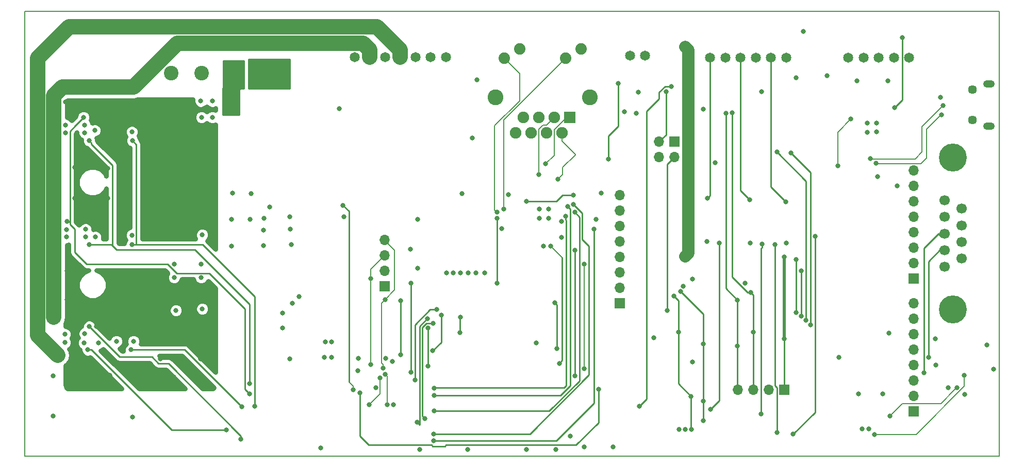
<source format=gbl>
G04 #@! TF.GenerationSoftware,KiCad,Pcbnew,5.0.2-bee76a0~70~ubuntu18.04.1*
G04 #@! TF.CreationDate,2019-04-25T16:13:16+02:00*
G04 #@! TF.ProjectId,mainPCB,6d61696e-5043-4422-9e6b-696361645f70,rev?*
G04 #@! TF.SameCoordinates,Original*
G04 #@! TF.FileFunction,Copper,L4,Bot*
G04 #@! TF.FilePolarity,Positive*
%FSLAX46Y46*%
G04 Gerber Fmt 4.6, Leading zero omitted, Abs format (unit mm)*
G04 Created by KiCad (PCBNEW 5.0.2-bee76a0~70~ubuntu18.04.1) date Do 25 Apr 2019 16:13:16 CEST*
%MOMM*%
%LPD*%
G01*
G04 APERTURE LIST*
G04 #@! TA.AperFunction,NonConductor*
%ADD10C,0.150000*%
G04 #@! TD*
G04 #@! TA.AperFunction,ComponentPad*
%ADD11C,1.700000*%
G04 #@! TD*
G04 #@! TA.AperFunction,ComponentPad*
%ADD12C,4.600000*%
G04 #@! TD*
G04 #@! TA.AperFunction,ComponentPad*
%ADD13O,1.900000X1.200000*%
G04 #@! TD*
G04 #@! TA.AperFunction,ComponentPad*
%ADD14C,1.450000*%
G04 #@! TD*
G04 #@! TA.AperFunction,ComponentPad*
%ADD15O,1.700000X1.700000*%
G04 #@! TD*
G04 #@! TA.AperFunction,ComponentPad*
%ADD16R,1.700000X1.700000*%
G04 #@! TD*
G04 #@! TA.AperFunction,ComponentPad*
%ADD17C,2.600000*%
G04 #@! TD*
G04 #@! TA.AperFunction,ComponentPad*
%ADD18C,1.890000*%
G04 #@! TD*
G04 #@! TA.AperFunction,ComponentPad*
%ADD19C,1.900000*%
G04 #@! TD*
G04 #@! TA.AperFunction,ComponentPad*
%ADD20R,1.900000X1.900000*%
G04 #@! TD*
G04 #@! TA.AperFunction,ComponentPad*
%ADD21C,1.650000*%
G04 #@! TD*
G04 #@! TA.AperFunction,ComponentPad*
%ADD22C,2.400000*%
G04 #@! TD*
G04 #@! TA.AperFunction,ViaPad*
%ADD23C,0.800000*%
G04 #@! TD*
G04 #@! TA.AperFunction,Conductor*
%ADD24C,2.000000*%
G04 #@! TD*
G04 #@! TA.AperFunction,Conductor*
%ADD25C,0.250000*%
G04 #@! TD*
G04 #@! TA.AperFunction,Conductor*
%ADD26C,0.500000*%
G04 #@! TD*
G04 #@! TA.AperFunction,Conductor*
%ADD27C,0.150000*%
G04 #@! TD*
G04 #@! TA.AperFunction,Conductor*
%ADD28C,0.200000*%
G04 #@! TD*
G04 #@! TA.AperFunction,Conductor*
%ADD29C,2.500000*%
G04 #@! TD*
G04 #@! TA.AperFunction,Conductor*
%ADD30C,0.205000*%
G04 #@! TD*
G04 #@! TA.AperFunction,Conductor*
%ADD31C,0.254000*%
G04 #@! TD*
G04 #@! TA.AperFunction,Conductor*
%ADD32C,0.750000*%
G04 #@! TD*
G04 APERTURE END LIST*
D10*
X17462500Y-37465000D02*
X17462500Y-110617000D01*
X177482500Y-37465000D02*
X17462500Y-37465000D01*
X177482500Y-110617000D02*
X177482500Y-37465000D01*
X17462500Y-110617000D02*
X177482500Y-110617000D01*
D11*
G04 #@! TO.P,J16,1*
G04 #@! TO.N,Net-(J16-Pad1)*
X168467500Y-79457500D03*
G04 #@! TO.P,J16,2*
G04 #@! TO.N,Net-(IC3-Pad8)*
X168467500Y-76717500D03*
G04 #@! TO.P,J16,3*
G04 #@! TO.N,Net-(IC3-Pad13)*
X168467500Y-73977500D03*
G04 #@! TO.P,J16,4*
G04 #@! TO.N,Net-(J16-Pad4)*
X168467500Y-71237500D03*
G04 #@! TO.P,J16,5*
G04 #@! TO.N,GND*
X168467500Y-68497500D03*
G04 #@! TO.P,J16,6*
G04 #@! TO.N,Net-(J16-Pad6)*
X171307500Y-78087500D03*
G04 #@! TO.P,J16,7*
G04 #@! TO.N,Net-(J16-Pad7)*
X171307500Y-75347500D03*
G04 #@! TO.P,J16,8*
G04 #@! TO.N,Net-(J16-Pad8)*
X171307500Y-72607500D03*
G04 #@! TO.P,J16,9*
G04 #@! TO.N,Net-(J16-Pad9)*
X171307500Y-69867500D03*
D12*
G04 #@! TO.P,J16,0*
G04 #@! TO.N,GND*
X169887500Y-86472500D03*
X169887500Y-61482500D03*
G04 #@! TD*
D13*
G04 #@! TO.P,J14,6*
G04 #@! TO.N,GND*
X175799000Y-49332000D03*
X175799000Y-56332000D03*
D14*
X173099000Y-50332000D03*
X173099000Y-55332000D03*
G04 #@! TD*
D15*
G04 #@! TO.P,J12,4*
G04 #@! TO.N,Net-(J12-Pad4)*
X121602500Y-61404500D03*
G04 #@! TO.P,J12,3*
G04 #@! TO.N,Net-(IC2-Pad6)*
X121602500Y-58864500D03*
G04 #@! TO.P,J12,2*
G04 #@! TO.N,/CAN_TXD*
X124142500Y-61404500D03*
D16*
G04 #@! TO.P,J12,1*
G04 #@! TO.N,Net-(IC2-Pad1)*
X124142500Y-58864500D03*
G04 #@! TD*
D17*
G04 #@! TO.P,J15,13*
G04 #@! TO.N,Net-(C34-Pad2)*
X94714000Y-51574000D03*
X110264000Y-51574000D03*
D18*
G04 #@! TO.P,J15,L4*
G04 #@! TO.N,Net-(J15-PadL4)*
X108814000Y-43624000D03*
G04 #@! TO.P,J15,L3*
G04 #@! TO.N,Net-(J15-PadL3)*
X106274000Y-45144000D03*
G04 #@! TO.P,J15,L2*
G04 #@! TO.N,Net-(J15-PadL2)*
X98704000Y-43624000D03*
G04 #@! TO.P,J15,L1*
G04 #@! TO.N,Net-(J15-PadL1)*
X96164000Y-45144000D03*
D19*
G04 #@! TO.P,J15,R8*
G04 #@! TO.N,Net-(C34-Pad1)*
X98044000Y-57404000D03*
G04 #@! TO.P,J15,R7*
G04 #@! TO.N,Net-(J15-PadR7)*
X99314000Y-54864000D03*
G04 #@! TO.P,J15,R6*
G04 #@! TO.N,/LAN8720/RD-*
X100584000Y-57404000D03*
G04 #@! TO.P,J15,R5*
G04 #@! TO.N,Net-(C35-Pad2)*
X101854000Y-54864000D03*
G04 #@! TO.P,J15,R4*
X103124000Y-57404000D03*
G04 #@! TO.P,J15,R3*
G04 #@! TO.N,/LAN8720/RD+*
X104394000Y-54864000D03*
G04 #@! TO.P,J15,R2*
G04 #@! TO.N,/LAN8720/TD-*
X105664000Y-57404000D03*
D20*
G04 #@! TO.P,J15,R1*
G04 #@! TO.N,Net-(J15-PadR1)*
X106934000Y-54864000D03*
G04 #@! TD*
D15*
G04 #@! TO.P,J8,4*
G04 #@! TO.N,/I2C_3_SCL*
X76517500Y-75057000D03*
G04 #@! TO.P,J8,3*
G04 #@! TO.N,/I2C_3_SDA*
X76517500Y-77597000D03*
G04 #@! TO.P,J8,2*
G04 #@! TO.N,GND*
X76517500Y-80137000D03*
D16*
G04 #@! TO.P,J8,1*
G04 #@! TO.N,+3V3*
X76517500Y-82677000D03*
G04 #@! TD*
D15*
G04 #@! TO.P,J7,4*
G04 #@! TO.N,/I2C_5_SCL*
X134556500Y-99695000D03*
G04 #@! TO.P,J7,3*
G04 #@! TO.N,/I2C_5_SDA*
X137096500Y-99695000D03*
G04 #@! TO.P,J7,2*
G04 #@! TO.N,GND*
X139636500Y-99695000D03*
D16*
G04 #@! TO.P,J7,1*
G04 #@! TO.N,+5V*
X142176500Y-99695000D03*
G04 #@! TD*
D21*
G04 #@! TO.P,J18,1*
G04 #@! TO.N,Net-(IC2-Pad7)*
X116840000Y-44704000D03*
G04 #@! TO.P,J18,2*
G04 #@! TO.N,Net-(IC2-Pad6)*
X119340000Y-44704000D03*
G04 #@! TD*
D15*
G04 #@! TO.P,J11,8*
G04 #@! TO.N,Net-(J11-Pad8)*
X115189000Y-67691000D03*
G04 #@! TO.P,J11,7*
G04 #@! TO.N,+3V3*
X115189000Y-70231000D03*
G04 #@! TO.P,J11,6*
G04 #@! TO.N,Net-(J11-Pad6)*
X115189000Y-72771000D03*
G04 #@! TO.P,J11,5*
G04 #@! TO.N,Net-(J11-Pad5)*
X115189000Y-75311000D03*
G04 #@! TO.P,J11,4*
G04 #@! TO.N,+5V*
X115189000Y-77851000D03*
G04 #@! TO.P,J11,3*
G04 #@! TO.N,GND*
X115189000Y-80391000D03*
G04 #@! TO.P,J11,2*
X115189000Y-82931000D03*
D16*
G04 #@! TO.P,J11,1*
G04 #@! TO.N,Net-(J11-Pad1)*
X115189000Y-85471000D03*
G04 #@! TD*
D15*
G04 #@! TO.P,J10,8*
G04 #@! TO.N,Net-(J10-Pad8)*
X163449000Y-63627000D03*
G04 #@! TO.P,J10,7*
G04 #@! TO.N,GND*
X163449000Y-66167000D03*
G04 #@! TO.P,J10,6*
G04 #@! TO.N,Net-(J10-Pad6)*
X163449000Y-68707000D03*
G04 #@! TO.P,J10,5*
G04 #@! TO.N,Net-(J10-Pad5)*
X163449000Y-71247000D03*
G04 #@! TO.P,J10,4*
G04 #@! TO.N,Net-(J10-Pad4)*
X163449000Y-73787000D03*
G04 #@! TO.P,J10,3*
G04 #@! TO.N,Net-(J10-Pad3)*
X163449000Y-76327000D03*
G04 #@! TO.P,J10,2*
G04 #@! TO.N,Net-(J10-Pad2)*
X163449000Y-78867000D03*
D16*
G04 #@! TO.P,J10,1*
G04 #@! TO.N,/F9P/RX2*
X163449000Y-81407000D03*
G04 #@! TD*
D15*
G04 #@! TO.P,J9,8*
G04 #@! TO.N,Net-(J9-Pad8)*
X163449000Y-85471000D03*
G04 #@! TO.P,J9,7*
G04 #@! TO.N,Net-(J9-Pad7)*
X163449000Y-88011000D03*
G04 #@! TO.P,J9,6*
G04 #@! TO.N,Net-(J9-Pad6)*
X163449000Y-90551000D03*
G04 #@! TO.P,J9,5*
G04 #@! TO.N,Net-(J9-Pad5)*
X163449000Y-93091000D03*
G04 #@! TO.P,J9,4*
G04 #@! TO.N,Net-(J9-Pad4)*
X163449000Y-95631000D03*
G04 #@! TO.P,J9,3*
G04 #@! TO.N,/F9P/TX2*
X163449000Y-98171000D03*
G04 #@! TO.P,J9,2*
G04 #@! TO.N,/TXD01*
X163449000Y-100711000D03*
D16*
G04 #@! TO.P,J9,1*
G04 #@! TO.N,/RXD01*
X163449000Y-103251000D03*
G04 #@! TD*
D21*
G04 #@! TO.P,J5,1*
G04 #@! TO.N,Net-(J5-Pad1)*
X162687000Y-45085000D03*
G04 #@! TO.P,J5,2*
G04 #@! TO.N,Net-(J5-Pad2)*
X160187000Y-45085000D03*
G04 #@! TO.P,J5,3*
G04 #@! TO.N,GND*
X157687000Y-45085000D03*
G04 #@! TO.P,J5,4*
G04 #@! TO.N,Net-(J5-Pad4)*
X155187000Y-45085000D03*
G04 #@! TO.P,J5,5*
G04 #@! TO.N,Net-(J5-Pad5)*
X152687000Y-45085000D03*
G04 #@! TD*
G04 #@! TO.P,J1,1*
G04 #@! TO.N,Net-(C1-Pad2)*
X142494000Y-45085000D03*
G04 #@! TO.P,J1,2*
G04 #@! TO.N,/Input_1/input*
X139994000Y-45085000D03*
G04 #@! TO.P,J1,3*
G04 #@! TO.N,Net-(C1-Pad2)*
X137494000Y-45085000D03*
G04 #@! TO.P,J1,4*
G04 #@! TO.N,/Input_2/input*
X134994000Y-45085000D03*
G04 #@! TO.P,J1,5*
G04 #@! TO.N,Net-(C1-Pad2)*
X132494000Y-45085000D03*
G04 #@! TO.P,J1,6*
G04 #@! TO.N,/Input_3/input*
X129994000Y-45085000D03*
G04 #@! TD*
G04 #@! TO.P,J3,1*
G04 #@! TO.N,/Relais/COM*
X86614000Y-44958000D03*
G04 #@! TO.P,J3,2*
G04 #@! TO.N,/Relais/NC*
X84114000Y-44958000D03*
G04 #@! TO.P,J3,3*
G04 #@! TO.N,/Relais/NO*
X81614000Y-44958000D03*
G04 #@! TO.P,J3,4*
G04 #@! TO.N,/sheet5C9DA53F/outB*
X79114000Y-44958000D03*
G04 #@! TO.P,J3,5*
G04 #@! TO.N,GND*
X76614000Y-44958000D03*
G04 #@! TO.P,J3,6*
G04 #@! TO.N,/sheet5C9DA53F/outA*
X74114000Y-44958000D03*
G04 #@! TO.P,J3,7*
G04 #@! TO.N,GND*
X71614000Y-44958000D03*
G04 #@! TD*
D22*
G04 #@! TO.P,J4,1*
G04 #@! TO.N,GND*
X56515000Y-47625000D03*
G04 #@! TO.P,J4,2*
G04 #@! TO.N,/powerSupply/V_In_12V*
X51515000Y-47625000D03*
G04 #@! TO.P,J4,3*
G04 #@! TO.N,/motorDriverA/outA*
X46515000Y-47625000D03*
G04 #@! TO.P,J4,4*
G04 #@! TO.N,/motorDriverA/outB*
X41515000Y-47625000D03*
G04 #@! TD*
D23*
G04 #@! TO.N,GND*
X157289500Y-57277000D03*
X157289500Y-55816500D03*
X155765500Y-55816500D03*
X124904500Y-106172000D03*
X101981000Y-71501000D03*
X103505000Y-71501000D03*
X103505000Y-69977000D03*
X101981000Y-69977000D03*
X69088000Y-53467000D03*
X54914800Y-45847000D03*
X54914800Y-49631600D03*
X54914800Y-48387000D03*
X54914800Y-47117000D03*
X56540400Y-45847000D03*
X56337200Y-49657000D03*
X57658000Y-49657000D03*
X59182000Y-49657000D03*
X60452000Y-49657000D03*
X60452000Y-47752000D03*
X60579000Y-45847000D03*
X59182000Y-45847000D03*
X57912000Y-45847000D03*
X59182000Y-47752000D03*
X33528000Y-52197000D03*
X28321000Y-52324000D03*
X24130000Y-52324000D03*
X33528000Y-53594000D03*
X25654000Y-68135500D03*
X31115000Y-63246000D03*
X31115000Y-68135500D03*
X33655000Y-63246000D03*
X33655000Y-67437000D03*
X29210000Y-72009000D03*
X46482000Y-66167000D03*
X41656000Y-66294000D03*
X48387000Y-63344000D03*
X46355000Y-94615000D03*
X41783000Y-94615000D03*
X39751000Y-94615000D03*
X48260000Y-94615000D03*
X46482000Y-91821000D03*
X41910000Y-91821000D03*
X41910000Y-97536000D03*
X46482000Y-97536000D03*
X46482000Y-63373000D03*
X41656000Y-63500000D03*
X41529000Y-69342000D03*
X46355000Y-69469000D03*
X35179000Y-95631000D03*
X35179000Y-97282000D03*
X22098000Y-97409000D03*
X22098000Y-104013000D03*
X35179000Y-104140000D03*
X24384000Y-80137000D03*
X24384000Y-84836000D03*
X32258000Y-84836000D03*
X35306000Y-84836000D03*
X35306000Y-80137000D03*
X32258000Y-80137000D03*
X29210000Y-89281000D03*
X59809510Y-89535000D03*
X59809510Y-87037990D03*
X61376500Y-85471000D03*
X62484000Y-84363500D03*
X60960000Y-94615000D03*
X82296000Y-109474000D03*
X99822000Y-109474000D03*
X90170000Y-109474000D03*
X109347000Y-109093000D03*
X104648000Y-109474000D03*
X66040000Y-109220000D03*
X72136000Y-96520000D03*
X76708000Y-94488000D03*
X69850000Y-71247000D03*
X112141000Y-67310000D03*
X95758000Y-73152000D03*
X90932000Y-58293000D03*
X96852500Y-67564000D03*
X25617010Y-63119000D03*
X75083565Y-99317631D03*
X105620989Y-74612500D03*
X33655000Y-65405000D03*
X35306000Y-82613500D03*
X81978500Y-71628000D03*
X81978500Y-79692500D03*
X127063500Y-95095500D03*
X101409500Y-91948000D03*
X127063500Y-81470500D03*
X154940000Y-106108500D03*
X135763000Y-82105500D03*
X136588500Y-75565000D03*
X142494000Y-75565000D03*
X115887500Y-53974988D03*
X117856000Y-54165500D03*
X128841500Y-53530500D03*
X159194500Y-48895000D03*
X154114500Y-48895000D03*
X149225000Y-48006000D03*
X138430000Y-50673000D03*
X154368500Y-100330000D03*
X159385000Y-90360500D03*
X151130000Y-94361000D03*
X167068500Y-95567500D03*
X171767476Y-100391990D03*
X175450500Y-92329000D03*
X176530000Y-96266000D03*
X167856000Y-51532000D03*
X160718500Y-66103500D03*
X155777500Y-57328500D03*
X31432500Y-97282000D03*
X25654000Y-97345500D03*
X91694000Y-48704504D03*
X130810000Y-62293500D03*
X129451436Y-75265073D03*
X144145000Y-48387000D03*
G04 #@! TO.N,/powerSupply/V_In_12V*
X50292000Y-54203600D03*
X50292000Y-53136800D03*
X50292000Y-52120800D03*
G04 #@! TO.N,+3V3*
X125928500Y-106172000D03*
X107061000Y-107315000D03*
X90297000Y-80454500D03*
X91567000Y-80454500D03*
X89027000Y-80454500D03*
X77851000Y-94996000D03*
X72263000Y-94488000D03*
X114046000Y-109093000D03*
X102616000Y-76073000D03*
X87820500Y-80454500D03*
X86741000Y-80454500D03*
X77962003Y-102108000D03*
X92964000Y-80454500D03*
X156019500Y-106108500D03*
X120777000Y-91122500D03*
X118237000Y-50719500D03*
X125603000Y-82613500D03*
X158305500Y-100330000D03*
X167005000Y-91313000D03*
X169100500Y-99314070D03*
X157480000Y-64643000D03*
X111225490Y-71628000D03*
G04 #@! TO.N,+12V*
X89281000Y-67437000D03*
X35052000Y-57277000D03*
X27305000Y-56134000D03*
X27305000Y-57404000D03*
X28956000Y-57023000D03*
X35028990Y-74216500D03*
X27432000Y-74549000D03*
X27432000Y-73279000D03*
X29083000Y-74549000D03*
X24320500Y-74549000D03*
X24320500Y-73342500D03*
X57640998Y-69596000D03*
X60960000Y-71247000D03*
X61087000Y-73279000D03*
X61214000Y-75819000D03*
X54610000Y-67437000D03*
X51562000Y-67310000D03*
X51435000Y-71628000D03*
X54483000Y-71628000D03*
X56769000Y-71501000D03*
X56642000Y-73406000D03*
X56642000Y-75946000D03*
X51435000Y-76073000D03*
X46418500Y-78994000D03*
X41973500Y-78994000D03*
X42291000Y-86614000D03*
X46609000Y-86360000D03*
X46609000Y-74168000D03*
X46482000Y-54864000D03*
X48260000Y-54864000D03*
X48260000Y-52197000D03*
X46355000Y-52197000D03*
X35306000Y-91694000D03*
X32512000Y-91694000D03*
X29591000Y-91948000D03*
X27178000Y-91948000D03*
X27305000Y-90424000D03*
X24130000Y-57404000D03*
X24130000Y-56134000D03*
X145288000Y-40767000D03*
X24066500Y-90551000D03*
X24066500Y-91884500D03*
X46418500Y-81216500D03*
X41973500Y-81216500D03*
G04 #@! TO.N,+5V*
X67818000Y-94361000D03*
X66675000Y-94361000D03*
X66802000Y-91821000D03*
X67818000Y-91821000D03*
X80772000Y-76581000D03*
X125920502Y-43307000D03*
X126428494Y-45720000D03*
X125920477Y-77724024D03*
X142176520Y-77787500D03*
X142176500Y-91313000D03*
X160274000Y-53276500D03*
X161544000Y-41719500D03*
G04 #@! TO.N,/motorDriverA/PWM*
X35115500Y-58674000D03*
X55245000Y-102362000D03*
X35052000Y-75819000D03*
G04 #@! TO.N,/motorDriverA/InB*
X28003500Y-58674000D03*
X54356000Y-98679000D03*
X28003500Y-75819000D03*
G04 #@! TO.N,/motorDriverA/INA*
X54356000Y-100330000D03*
X27114500Y-54864000D03*
X24384000Y-72009000D03*
G04 #@! TO.N,/LAN8720/EMAC_RXD1:GPIO26*
X109347000Y-96202500D03*
X109347000Y-78994006D03*
G04 #@! TO.N,/LAN8720/+3V3LAN*
X114856500Y-49276000D03*
X113263999Y-61701999D03*
X99822000Y-68707000D03*
X107569000Y-67691000D03*
G04 #@! TO.N,Net-(IC1-Pad6)*
X72517000Y-100163000D03*
X111659510Y-99568000D03*
G04 #@! TO.N,/sheet5C9DA53F/INA*
X52959000Y-107823000D03*
X28067000Y-89281000D03*
G04 #@! TO.N,/sheet5C9DA53F/InB*
X50546000Y-106299000D03*
X27813000Y-93091000D03*
G04 #@! TO.N,/sheet5C9DA53F/PWM*
X53086000Y-102489000D03*
X34925000Y-93091000D03*
G04 #@! TO.N,/M2_PWM*
X104838500Y-92900500D03*
X79184500Y-85026500D03*
X79184506Y-93916500D03*
X104521000Y-85344000D03*
G04 #@! TO.N,/ESP_EN*
X143637000Y-106934000D03*
X147219500Y-74422000D03*
G04 #@! TO.N,/M1_INA*
X84455000Y-93218000D03*
X85852000Y-87402499D03*
X144144998Y-86931500D03*
X144144998Y-78232000D03*
G04 #@! TO.N,/LAN8720/EMAC_RX_CRS_DV:GPIO27*
X103822500Y-76073000D03*
X105219500Y-95313500D03*
G04 #@! TO.N,/LAN8720/EMAC_RXD0:GPIO25*
X107759500Y-76708000D03*
X107759500Y-97409002D03*
G04 #@! TO.N,/usbUart/TX*
X83121500Y-104394000D03*
X84461223Y-88736006D03*
X146494500Y-88963500D03*
X143256000Y-60706000D03*
G04 #@! TO.N,Net-(Q2-Pad2)*
X153098500Y-55128500D03*
X150939500Y-62801500D03*
G04 #@! TO.N,/Input_3/output*
X131508500Y-75501500D03*
X130047988Y-102870000D03*
G04 #@! TO.N,/Input_3/input*
X129552510Y-68199000D03*
G04 #@! TO.N,/I2C_3_SDA*
X74231500Y-81407000D03*
X74231500Y-95504000D03*
X125106358Y-83508967D03*
X159512000Y-103976000D03*
X170542268Y-99295268D03*
X128841500Y-92138502D03*
X128841500Y-101536500D03*
X128841500Y-104775000D03*
G04 #@! TO.N,/I2C_3_SCL*
X76267157Y-96081197D03*
X126936500Y-106172000D03*
X76598502Y-84836000D03*
X126873000Y-100748000D03*
X124042010Y-84264500D03*
X124767013Y-90170000D03*
X171722725Y-97300725D03*
X156964000Y-107005500D03*
G04 #@! TO.N,/I2C_5_SDA*
X136652000Y-83629500D03*
X137096500Y-90170000D03*
X133604000Y-54102000D03*
G04 #@! TO.N,/I2C_5_SCL*
X134493000Y-84899500D03*
X134493000Y-92456000D03*
X132588000Y-54165500D03*
G04 #@! TO.N,/usbUart/RX*
X81915000Y-105029000D03*
X83566000Y-88010481D03*
X145732500Y-88238500D03*
X140970000Y-60579000D03*
G04 #@! TO.N,/M1_INB*
X88900000Y-90297000D03*
X88963500Y-87730500D03*
X144987715Y-87558275D03*
X144987715Y-80137000D03*
G04 #@! TO.N,/Input_1/input*
X142430500Y-68770500D03*
G04 #@! TO.N,/Input_1/output*
X140970000Y-106717000D03*
X140652500Y-75755500D03*
G04 #@! TO.N,/Input_2/output*
X138366500Y-103632000D03*
X138493500Y-75692000D03*
G04 #@! TO.N,/Input_2/input*
X136525000Y-68453000D03*
G04 #@! TO.N,/CAN_RXD*
X118364000Y-102399000D03*
X123634500Y-49784000D03*
G04 #@! TO.N,/RXD02*
X83697242Y-95784500D03*
X83693000Y-89535000D03*
G04 #@! TO.N,/LAN8720/EMAC_CLK_OUT_180:GPIO17*
X95006112Y-71484951D03*
X80821492Y-96774000D03*
X80835500Y-82132000D03*
X94996000Y-82132000D03*
G04 #@! TO.N,/CAN_TXD*
X81546492Y-98044000D03*
X85084148Y-86487000D03*
X122936000Y-86614000D03*
G04 #@! TO.N,/LAN8720/PHY_RST:*
X106295989Y-71149000D03*
X84645500Y-99377498D03*
G04 #@! TO.N,/LAN8720/EMAC_TXD0:GPIO19*
X106600769Y-69528010D03*
X84645504Y-100584000D03*
G04 #@! TO.N,/LAN8720/EMAC_TX_EN:GPIO21*
X107746009Y-70485000D03*
X84645498Y-103124000D03*
G04 #@! TO.N,/LAN8720/EMAC_TXD1:GPIO22*
X107569000Y-69178000D03*
X84582006Y-106934000D03*
G04 #@! TO.N,/LAN8720/MDC:GPIO23*
X105620989Y-72009000D03*
X84582000Y-108077000D03*
X110934500Y-73215500D03*
G04 #@! TO.N,Net-(J14-Pad2)*
X167969049Y-54476856D03*
X157209831Y-62422000D03*
G04 #@! TO.N,Net-(J14-Pad3)*
X168211500Y-52959000D03*
X156273500Y-61658500D03*
G04 #@! TO.N,/sheet5C9DA53F/outA*
X22225000Y-87757000D03*
X21717000Y-83439000D03*
X21717000Y-85471000D03*
X21717000Y-86614000D03*
X21717000Y-84455000D03*
G04 #@! TO.N,/sheet5C9DA53F/outB*
X22860000Y-93980000D03*
X19524990Y-90644990D03*
X19524990Y-90644990D03*
X21844000Y-92964000D03*
X19524990Y-90644990D03*
X19524990Y-90644990D03*
X20828000Y-92075000D03*
G04 #@! TO.N,Net-(J15-PadR1)*
X102997000Y-62484000D03*
G04 #@! TO.N,Net-(J15-PadL1)*
X94996000Y-70485000D03*
G04 #@! TO.N,Net-(J15-PadL3)*
X96139000Y-69977000D03*
G04 #@! TO.N,/Relais/Enable*
X69723000Y-69342000D03*
X71374042Y-99631500D03*
G04 #@! TO.N,Net-(IC3-Pad13)*
X165100000Y-96837500D03*
G04 #@! TO.N,Net-(IC3-Pad8)*
X165862000Y-94361000D03*
G04 #@! TO.N,Net-(IC2-Pad6)*
X122745500Y-50673000D03*
G04 #@! TO.N,/LAN8720/TD-*
X105029000Y-65024000D03*
G04 #@! TO.N,/LAN8720/RD+*
X101854000Y-64262000D03*
G04 #@! TO.N,Net-(IC1-Pad11)*
X74041000Y-102108000D03*
X75818987Y-97716987D03*
G04 #@! TO.N,Net-(IC1-Pad12)*
X76962000Y-102108000D03*
X76646815Y-97155890D03*
G04 #@! TD*
D24*
G04 #@! TO.N,+5V*
X126428494Y-43814992D02*
X126428494Y-45154315D01*
X125920502Y-43307000D02*
X126428494Y-43814992D01*
X126428494Y-45154315D02*
X126428494Y-45720000D01*
X126428494Y-77216007D02*
X126320476Y-77324025D01*
X126320476Y-77324025D02*
X125920477Y-77724024D01*
X126428494Y-45720000D02*
X126428494Y-77216007D01*
D25*
X142176500Y-77787520D02*
X142176520Y-77787500D01*
D26*
X142176500Y-91313000D02*
X142176500Y-77787520D01*
D25*
X142176500Y-99695000D02*
X142176500Y-91313000D01*
X161536999Y-41726501D02*
X161544000Y-41719500D01*
X160274000Y-53276500D02*
X161536999Y-52013501D01*
X161536999Y-52013501D02*
X161536999Y-41726501D01*
G04 #@! TO.N,/motorDriverA/PWM*
X55245000Y-98298000D02*
X55245000Y-102362000D01*
X55181500Y-98234500D02*
X55245000Y-98298000D01*
X55181500Y-84328000D02*
X55181500Y-98234500D01*
X46672500Y-75819000D02*
X55181500Y-84328000D01*
X35753991Y-59312491D02*
X35753991Y-75815509D01*
X35115500Y-58674000D02*
X35753991Y-59312491D01*
X35753991Y-75815509D02*
X35750500Y-75819000D01*
X35750500Y-75819000D02*
X46672500Y-75819000D01*
X35052000Y-75819000D02*
X35750500Y-75819000D01*
G04 #@! TO.N,/motorDriverA/InB*
X31840001Y-73893997D02*
X31840001Y-62701001D01*
X28003500Y-58674000D02*
X28403499Y-59073999D01*
X28403499Y-59264499D02*
X31840001Y-62701001D01*
X28403499Y-59073999D02*
X28403499Y-59264499D01*
X54356000Y-98113315D02*
X54356000Y-98679000D01*
X54356000Y-85598000D02*
X54356000Y-98113315D01*
X32518498Y-76644500D02*
X45402500Y-76644500D01*
X31840001Y-73893997D02*
X31840001Y-75966003D01*
X45402500Y-76644500D02*
X54356000Y-85598000D01*
X31840001Y-75966003D02*
X32518498Y-76644500D01*
X31692998Y-75819000D02*
X31840001Y-75966003D01*
X28003500Y-75819000D02*
X31692998Y-75819000D01*
G04 #@! TO.N,/motorDriverA/INA*
X27114500Y-54864000D02*
X25781000Y-56197500D01*
X24855001Y-57123499D02*
X25781000Y-56197500D01*
X25654000Y-73279000D02*
X24855001Y-72480001D01*
X25654000Y-77025500D02*
X25654000Y-73279000D01*
X27622500Y-78994000D02*
X25654000Y-77025500D01*
X40900498Y-78994000D02*
X27622500Y-78994000D01*
X53630999Y-99604999D02*
X53630999Y-86396999D01*
X53630999Y-86396999D02*
X47725499Y-80491499D01*
X47725499Y-80491499D02*
X42397997Y-80491499D01*
X54356000Y-100330000D02*
X53630999Y-99604999D01*
X42397997Y-80491499D02*
X40900498Y-78994000D01*
X24728001Y-72009000D02*
X24855001Y-72136000D01*
X24855001Y-72480001D02*
X24855001Y-72136000D01*
X24384000Y-72009000D02*
X24728001Y-72009000D01*
X24855001Y-72136000D02*
X24855001Y-57123499D01*
D27*
G04 #@! TO.N,/LAN8720/EMAC_RXD1:GPIO26*
X109347000Y-96202500D02*
X109347000Y-78994006D01*
D25*
G04 #@! TO.N,/LAN8720/+3V3LAN*
X114856500Y-49276000D02*
X114856500Y-56339500D01*
X113263999Y-57932001D02*
X113263999Y-61701999D01*
X114856500Y-56339500D02*
X113263999Y-57932001D01*
X99822000Y-68707000D02*
X104775000Y-68707000D01*
X104775000Y-68707000D02*
X105791000Y-67691000D01*
X105791000Y-67691000D02*
X107569000Y-67691000D01*
G04 #@! TO.N,Net-(IC1-Pad6)*
X84207498Y-108712000D02*
X84424499Y-108929001D01*
X86463000Y-108929001D02*
X86643002Y-108748999D01*
X84424499Y-108929001D02*
X86463000Y-108929001D01*
X86643002Y-108748999D02*
X107970686Y-108748999D01*
X111659510Y-105060175D02*
X111659510Y-100133685D01*
X107970686Y-108748999D02*
X111659510Y-105060175D01*
X73914000Y-108712000D02*
X84207498Y-108712000D01*
X72517000Y-107315000D02*
X73914000Y-108712000D01*
X72517000Y-100163000D02*
X72517000Y-107315000D01*
X111659510Y-100133685D02*
X111659510Y-99568000D01*
G04 #@! TO.N,/sheet5C9DA53F/INA*
X52959000Y-107257315D02*
X41041686Y-95340001D01*
X41041686Y-95340001D02*
X39402999Y-95340001D01*
X39402999Y-95340001D02*
X38329997Y-94266999D01*
X52959000Y-107823000D02*
X52959000Y-107257315D01*
X38329997Y-94266999D02*
X33052999Y-94266999D01*
X33052999Y-94266999D02*
X28067000Y-89281000D01*
G04 #@! TO.N,/sheet5C9DA53F/InB*
X50546000Y-106299000D02*
X41586002Y-106299000D01*
X28378002Y-93091000D02*
X27813000Y-93091000D01*
X41586002Y-106299000D02*
X28378002Y-93091000D01*
G04 #@! TO.N,/sheet5C9DA53F/PWM*
X53086000Y-102489000D02*
X43688000Y-93091000D01*
X43688000Y-93091000D02*
X34925000Y-93091000D01*
G04 #@! TO.N,/M2_PWM*
X79184500Y-85026500D02*
X79184500Y-93916494D01*
X79184500Y-93916494D02*
X79184506Y-93916500D01*
X104838500Y-85661500D02*
X104521000Y-85344000D01*
X104838500Y-92900500D02*
X104838500Y-85661500D01*
G04 #@! TO.N,/ESP_EN*
X147219501Y-103351499D02*
X147219501Y-82830501D01*
X143637000Y-106934000D02*
X147219501Y-103351499D01*
X147219501Y-82830501D02*
X147219500Y-82830500D01*
X147219500Y-82830500D02*
X147219500Y-74422000D01*
G04 #@! TO.N,/M1_INA*
X85836033Y-87418466D02*
X85852000Y-87402499D01*
X84455000Y-93218000D02*
X85836033Y-91836967D01*
X85836033Y-91836967D02*
X85836033Y-87418466D01*
X144144998Y-86365815D02*
X144144998Y-86931500D01*
X144144998Y-78232000D02*
X144144998Y-86365815D01*
D27*
G04 #@! TO.N,/LAN8720/EMAC_RX_CRS_DV:GPIO27*
X103822500Y-76073000D02*
X105670999Y-77921499D01*
D25*
X105670999Y-94862001D02*
X105619499Y-94913501D01*
X105670999Y-77921499D02*
X105670999Y-94862001D01*
X105619499Y-94913501D02*
X105219500Y-95313500D01*
G04 #@! TO.N,/LAN8720/EMAC_RXD0:GPIO25*
X107759500Y-76708000D02*
X107759500Y-97409002D01*
G04 #@! TO.N,/usbUart/TX*
X83418992Y-88736006D02*
X83895538Y-88736006D01*
X83121500Y-104394000D02*
X82721501Y-103994001D01*
X82721501Y-89433497D02*
X83418992Y-88736006D01*
X82721501Y-103994001D02*
X82721501Y-89433497D01*
X83895538Y-88736006D02*
X84461223Y-88736006D01*
X146494500Y-63944500D02*
X146494500Y-88963500D01*
X143256000Y-60706000D02*
X146494500Y-63944500D01*
D28*
G04 #@! TO.N,Net-(Q2-Pad2)*
X153098500Y-55128500D02*
X150939500Y-57287500D01*
X150939500Y-57287500D02*
X150939500Y-62801500D01*
D25*
G04 #@! TO.N,/Input_3/output*
X131508500Y-101409488D02*
X130047988Y-102870000D01*
X131508500Y-76962000D02*
X131508500Y-101409488D01*
X131508500Y-76962000D02*
X131508500Y-75501500D01*
G04 #@! TO.N,/Input_3/input*
X129994000Y-67757510D02*
X129552510Y-68199000D01*
X129994000Y-45085000D02*
X129994000Y-67757510D01*
D28*
G04 #@! TO.N,/I2C_3_SDA*
X74231500Y-79883000D02*
X76517500Y-77597000D01*
X74231500Y-95504000D02*
X74231500Y-79883000D01*
X161570500Y-101917500D02*
X167920036Y-101917500D01*
X170142269Y-99695267D02*
X170542268Y-99295268D01*
X159512000Y-103976000D02*
X161570500Y-101917500D01*
X167920036Y-101917500D02*
X170142269Y-99695267D01*
D25*
X128841500Y-87244109D02*
X128841500Y-91572817D01*
X128841500Y-91572817D02*
X128841500Y-92138502D01*
X125106358Y-83508967D02*
X128841500Y-87244109D01*
X128841500Y-101536500D02*
X128841500Y-92138502D01*
X128841500Y-101536500D02*
X128841500Y-104775000D01*
D28*
G04 #@! TO.N,/I2C_3_SCL*
X76267157Y-95515512D02*
X76007999Y-95256354D01*
X77367499Y-75906999D02*
X76517500Y-75057000D01*
X76007999Y-95256354D02*
X76007999Y-85426503D01*
X76267157Y-96081197D02*
X76267157Y-95515512D01*
X78168500Y-83266002D02*
X78168500Y-76708000D01*
X78168500Y-76708000D02*
X77367499Y-75906999D01*
X76598502Y-84836000D02*
X78168500Y-83266002D01*
X76007999Y-85426503D02*
X76598502Y-84836000D01*
D25*
X126873000Y-106108500D02*
X126936500Y-106172000D01*
X126873000Y-100748000D02*
X126873000Y-106108500D01*
X126873000Y-100748000D02*
X124767013Y-98642013D01*
X124442009Y-84664499D02*
X124042010Y-84264500D01*
X124767013Y-84989503D02*
X124442009Y-84664499D01*
X124767013Y-98642013D02*
X124767013Y-90170000D01*
X124767013Y-90170000D02*
X124767013Y-84989503D01*
D28*
X171722725Y-99104775D02*
X163822000Y-107005500D01*
X171722725Y-97300725D02*
X171722725Y-99104775D01*
X163822000Y-107005500D02*
X156964000Y-107005500D01*
D25*
G04 #@! TO.N,/I2C_5_SDA*
X137096500Y-84074000D02*
X136652000Y-83629500D01*
X137096500Y-99695000D02*
X137096500Y-90170000D01*
X137096500Y-90170000D02*
X137096500Y-84074000D01*
X133604000Y-54667685D02*
X133604000Y-54102000D01*
X133604000Y-81089500D02*
X133604000Y-54667685D01*
X136652000Y-83629500D02*
X136144000Y-83629500D01*
X136144000Y-83629500D02*
X133604000Y-81089500D01*
G04 #@! TO.N,/I2C_5_SCL*
X134493000Y-99631500D02*
X134556500Y-99695000D01*
X134493000Y-84899500D02*
X134493000Y-92456000D01*
X134493000Y-92456000D02*
X134493000Y-99631500D01*
X132588000Y-82994500D02*
X132588000Y-54731185D01*
X132588000Y-54731185D02*
X132588000Y-54165500D01*
X134493000Y-84899500D02*
X132588000Y-82994500D01*
G04 #@! TO.N,/usbUart/RX*
X83508107Y-88010481D02*
X83566000Y-88010481D01*
X82271492Y-89247096D02*
X83508107Y-88010481D01*
X81915000Y-105029000D02*
X82271492Y-105385492D01*
X82271492Y-105385492D02*
X82271492Y-89247096D01*
X145732500Y-88238500D02*
X145732500Y-87672815D01*
X145732500Y-65341500D02*
X145732500Y-88238500D01*
X140970000Y-60579000D02*
X145732500Y-65341500D01*
G04 #@! TO.N,/M1_INB*
X88900000Y-90297000D02*
X88900000Y-87794000D01*
X88900000Y-87794000D02*
X88963500Y-87730500D01*
X144962273Y-87558275D02*
X144987715Y-87558275D01*
X144987715Y-86992590D02*
X144987715Y-87558275D01*
X144907000Y-87503002D02*
X144962273Y-87558275D01*
X144987715Y-80137000D02*
X144987715Y-86992590D01*
G04 #@! TO.N,/Input_1/input*
X139994000Y-45085000D02*
X139994000Y-66334000D01*
X142030501Y-68370501D02*
X142430500Y-68770500D01*
X139994000Y-66334000D02*
X142030501Y-68370501D01*
G04 #@! TO.N,/Input_1/output*
X140970000Y-106151315D02*
X140970000Y-106717000D01*
X140970000Y-99289498D02*
X140970000Y-106151315D01*
X140652500Y-75755500D02*
X140652500Y-98971998D01*
X140652500Y-98971998D02*
X140970000Y-99289498D01*
G04 #@! TO.N,/Input_2/output*
X138366500Y-103066315D02*
X138366500Y-103632000D01*
X138366500Y-76384685D02*
X138366500Y-103066315D01*
X138493500Y-75692000D02*
X138493500Y-76257685D01*
X138493500Y-76257685D02*
X138366500Y-76384685D01*
G04 #@! TO.N,/Input_2/input*
X134994000Y-45085000D02*
X134994000Y-66922000D01*
X134994000Y-66922000D02*
X136525000Y-68453000D01*
G04 #@! TO.N,/CAN_RXD*
X119570500Y-101192500D02*
X118364000Y-102399000D01*
X119570500Y-53848000D02*
X119570500Y-101192500D01*
X121596978Y-51821522D02*
X119570500Y-53848000D01*
X121596978Y-50748520D02*
X121596978Y-51821522D01*
X123634500Y-49784000D02*
X122561498Y-49784000D01*
X122561498Y-49784000D02*
X121596978Y-50748520D01*
G04 #@! TO.N,/RXD02*
X83697242Y-95784500D02*
X83697242Y-89539242D01*
X83697242Y-89539242D02*
X83693000Y-89535000D01*
G04 #@! TO.N,/LAN8720/EMAC_CLK_OUT_180:GPIO17*
X94996000Y-71495063D02*
X95006112Y-71484951D01*
X94996000Y-73944685D02*
X94996000Y-71495063D01*
X80821492Y-96774000D02*
X80821492Y-82146008D01*
X80821492Y-82146008D02*
X80835500Y-82132000D01*
X94996000Y-73944685D02*
X94996000Y-82132000D01*
G04 #@! TO.N,/CAN_TXD*
X81546492Y-98044000D02*
X81546492Y-88956831D01*
X81546492Y-88956831D02*
X84016323Y-86487000D01*
X84016323Y-86487000D02*
X84518463Y-86487000D01*
X84518463Y-86487000D02*
X85084148Y-86487000D01*
X122936000Y-62611000D02*
X122936000Y-86048315D01*
X124206000Y-61341000D02*
X122936000Y-62611000D01*
X122936000Y-86048315D02*
X122936000Y-86614000D01*
D27*
G04 #@! TO.N,/LAN8720/PHY_RST:*
X84709002Y-99441000D02*
X84645500Y-99377498D01*
D25*
X84836002Y-99314000D02*
X84709002Y-99441000D01*
X106295989Y-71714685D02*
X106345999Y-71764695D01*
X106295989Y-71149000D02*
X106295989Y-71714685D01*
X105981500Y-99314000D02*
X84836002Y-99314000D01*
X106345999Y-71764695D02*
X106345999Y-95155956D01*
X106345999Y-95155956D02*
X106346042Y-95155999D01*
X106346042Y-95155999D02*
X106346042Y-98949458D01*
X106346042Y-98949458D02*
X105981500Y-99314000D01*
G04 #@! TO.N,/LAN8720/EMAC_TXD0:GPIO19*
X107020999Y-98973001D02*
X105410000Y-100584000D01*
X105410000Y-100584000D02*
X85211189Y-100584000D01*
X107020999Y-69948240D02*
X107020999Y-98973001D01*
X106600769Y-69528010D02*
X107020999Y-69948240D01*
X85211189Y-100584000D02*
X84645504Y-100584000D01*
G04 #@! TO.N,/LAN8720/EMAC_TX_EN:GPIO21*
X85211183Y-103124000D02*
X84645498Y-103124000D01*
X103576075Y-103124000D02*
X85211183Y-103124000D01*
X108521500Y-98178575D02*
X103576075Y-103124000D01*
X107746009Y-70485000D02*
X108521500Y-71260491D01*
X108521500Y-71260491D02*
X108521500Y-98178575D01*
G04 #@! TO.N,/LAN8720/EMAC_TXD1:GPIO22*
X110099515Y-76046519D02*
X110099515Y-97236971D01*
X100402486Y-106934000D02*
X85147691Y-106934000D01*
X85147691Y-106934000D02*
X84582006Y-106934000D01*
X110099515Y-97236971D02*
X100402486Y-106934000D01*
X108984694Y-74931698D02*
X110099515Y-76046519D01*
X108984694Y-70593694D02*
X108984694Y-74931698D01*
X107569000Y-69178000D02*
X108984694Y-70593694D01*
G04 #@! TO.N,/LAN8720/MDC:GPIO23*
X110934500Y-73781185D02*
X110934500Y-73215500D01*
X110934500Y-101847502D02*
X110934500Y-73781185D01*
X104705002Y-108077000D02*
X110934500Y-101847502D01*
X84582000Y-108077000D02*
X104705002Y-108077000D01*
D28*
G04 #@! TO.N,Net-(J14-Pad2)*
X157209831Y-62422000D02*
X157264830Y-62476999D01*
X164593200Y-62476999D02*
X163893500Y-62476999D01*
X167969049Y-54476856D02*
X167900144Y-54476856D01*
X167900144Y-54476856D02*
X165544500Y-56832500D01*
X157264830Y-62476999D02*
X163893500Y-62476999D01*
X165544500Y-56832500D02*
X165544500Y-61525699D01*
X165544500Y-61525699D02*
X164593200Y-62476999D01*
G04 #@! TO.N,Net-(J14-Pad3)*
X156337000Y-61722000D02*
X156273500Y-61658500D01*
X168211500Y-52959000D02*
X164782500Y-56388000D01*
X163639500Y-61722000D02*
X164782500Y-60579000D01*
X164782500Y-56388000D02*
X164782500Y-60579000D01*
X163639500Y-61722000D02*
X156337000Y-61722000D01*
D29*
G04 #@! TO.N,/sheet5C9DA53F/outA*
X22225000Y-87757000D02*
X22225000Y-87757000D01*
X22225000Y-83439000D02*
X22225000Y-83439000D01*
X22225000Y-83439000D02*
X22225000Y-87757000D01*
X22225000Y-51308000D02*
X22225000Y-83439000D01*
X74114000Y-43791274D02*
X73005725Y-42682999D01*
X74114000Y-44958000D02*
X74114000Y-43791274D01*
X73005725Y-42682999D02*
X42534999Y-42682999D01*
X42534999Y-42682999D02*
X35306998Y-49911000D01*
X35306998Y-49911000D02*
X23622000Y-49911000D01*
X23622000Y-49911000D02*
X22225000Y-51308000D01*
G04 #@! TO.N,/sheet5C9DA53F/outB*
X19524990Y-90644990D02*
X21209000Y-92329000D01*
X22860000Y-93980000D02*
X22860000Y-93980000D01*
X19524990Y-90644990D02*
X19524990Y-90644990D01*
X19524990Y-90644990D02*
X19524990Y-90644990D01*
X21844000Y-92964000D02*
X22860000Y-93980000D01*
X19524990Y-90644990D02*
X19524990Y-90644990D01*
X19524990Y-90644990D02*
X19524990Y-90644990D01*
X21209000Y-92329000D02*
X21844000Y-92964000D01*
X19524990Y-50189620D02*
X19524990Y-90644990D01*
X19524990Y-45118010D02*
X19524990Y-50189620D01*
X79114000Y-43791274D02*
X75305715Y-39982989D01*
X29133020Y-39941500D02*
X24701500Y-39941500D01*
X79114000Y-44958000D02*
X79114000Y-43791274D01*
X75305715Y-39982989D02*
X29174509Y-39982989D01*
X29174509Y-39982989D02*
X29133020Y-39941500D01*
X24701500Y-39941500D02*
X19524990Y-45118010D01*
D30*
G04 #@! TO.N,Net-(J15-PadR1)*
X106426000Y-54864000D02*
X104376501Y-56913499D01*
X104376501Y-56913499D02*
X104376501Y-61104499D01*
X104376501Y-61104499D02*
X102997000Y-62484000D01*
X106934000Y-54864000D02*
X106426000Y-54864000D01*
G04 #@! TO.N,Net-(J15-PadL1)*
X94615000Y-56230230D02*
X94615000Y-70104000D01*
X94615000Y-70104000D02*
X94996000Y-70485000D01*
X98701501Y-52143729D02*
X94615000Y-56230230D01*
X96164000Y-45144000D02*
X98701501Y-47681501D01*
X98701501Y-47681501D02*
X98701501Y-52143729D01*
G04 #@! TO.N,Net-(J15-PadL3)*
X106274000Y-45144000D02*
X96139000Y-55279000D01*
X96139000Y-69411315D02*
X96139000Y-69977000D01*
X96139000Y-55279000D02*
X96139000Y-69411315D01*
D25*
G04 #@! TO.N,/Relais/Enable*
X69723000Y-69342000D02*
X70675500Y-70294500D01*
X70675500Y-70294500D02*
X70675500Y-98367273D01*
D27*
X71374042Y-99065815D02*
X70675500Y-98367273D01*
X71374042Y-99631500D02*
X71374042Y-99065815D01*
D25*
G04 #@! TO.N,Net-(IC3-Pad13)*
X167482751Y-74007749D02*
X167856001Y-74380999D01*
X165100000Y-96837500D02*
X165100000Y-76390500D01*
X165100000Y-76390500D02*
X167482751Y-74007749D01*
G04 #@! TO.N,Net-(IC3-Pad8)*
X167743000Y-76668500D02*
X167743000Y-76351000D01*
X165862000Y-94361000D02*
X165862000Y-78549500D01*
X165862000Y-78549500D02*
X167743000Y-76668500D01*
G04 #@! TO.N,Net-(IC2-Pad6)*
X122745500Y-57721500D02*
X122745500Y-51238685D01*
X121666000Y-58801000D02*
X122745500Y-57721500D01*
X122745500Y-51238685D02*
X122745500Y-50673000D01*
D30*
G04 #@! TO.N,/LAN8720/TD-*
X105664000Y-58747502D02*
X107876498Y-60960000D01*
X105664000Y-57404000D02*
X105664000Y-58747502D01*
X107876498Y-60960000D02*
X107876498Y-61033502D01*
X107876498Y-61033502D02*
X105791000Y-63119000D01*
X105791000Y-64262000D02*
X105029000Y-65024000D01*
X105791000Y-63119000D02*
X105791000Y-64262000D01*
G04 #@! TO.N,/LAN8720/RD+*
X103141499Y-56116501D02*
X104394000Y-54864000D01*
X102522799Y-56116501D02*
X103141499Y-56116501D01*
X101854000Y-64262000D02*
X101854000Y-56785300D01*
X101854000Y-56785300D02*
X102522799Y-56116501D01*
D27*
G04 #@! TO.N,Net-(IC1-Pad11)*
X75818987Y-98282672D02*
X75818987Y-97716987D01*
X74041000Y-102108000D02*
X75818987Y-100330013D01*
X75818987Y-100330013D02*
X75818987Y-98282672D01*
G04 #@! TO.N,Net-(IC1-Pad12)*
X76962000Y-97471075D02*
X76646815Y-97155890D01*
X76962000Y-102108000D02*
X76962000Y-97471075D01*
G04 #@! TD*
D31*
G04 #@! TO.N,GND*
G36*
X60960000Y-50165000D02*
X54229000Y-50165000D01*
X54229000Y-45339000D01*
X60960000Y-45339000D01*
X60960000Y-50165000D01*
X60960000Y-50165000D01*
G37*
X60960000Y-50165000D02*
X54229000Y-50165000D01*
X54229000Y-45339000D01*
X60960000Y-45339000D01*
X60960000Y-50165000D01*
G04 #@! TO.N,/powerSupply/V_In_12V*
G36*
X53416200Y-50165000D02*
X52832000Y-50165000D01*
X52783399Y-50174667D01*
X52742197Y-50202197D01*
X52714667Y-50243399D01*
X52705000Y-50292000D01*
X52705000Y-54483000D01*
X49962504Y-54483000D01*
X50011900Y-45542200D01*
X53416200Y-45542200D01*
X53416200Y-50165000D01*
X53416200Y-50165000D01*
G37*
X53416200Y-50165000D02*
X52832000Y-50165000D01*
X52783399Y-50174667D01*
X52742197Y-50202197D01*
X52714667Y-50243399D01*
X52705000Y-50292000D01*
X52705000Y-54483000D01*
X49962504Y-54483000D01*
X50011900Y-45542200D01*
X53416200Y-45542200D01*
X53416200Y-50165000D01*
D32*
G04 #@! TO.N,GND*
G36*
X48537363Y-99354576D02*
X48385367Y-99456137D01*
X48112063Y-99510500D01*
X46626397Y-99510500D01*
X41818440Y-94702543D01*
X41762646Y-94619041D01*
X41431867Y-94398022D01*
X41140176Y-94340001D01*
X41041686Y-94320410D01*
X40943196Y-94340001D01*
X39817212Y-94340001D01*
X39568210Y-94091000D01*
X43273788Y-94091000D01*
X48537363Y-99354576D01*
X48537363Y-99354576D01*
G37*
X48537363Y-99354576D02*
X48385367Y-99456137D01*
X48112063Y-99510500D01*
X46626397Y-99510500D01*
X41818440Y-94702543D01*
X41762646Y-94619041D01*
X41431867Y-94398022D01*
X41140176Y-94340001D01*
X41041686Y-94320410D01*
X40943196Y-94340001D01*
X39817212Y-94340001D01*
X39568210Y-94091000D01*
X43273788Y-94091000D01*
X48537363Y-99354576D01*
G36*
X24654000Y-76927010D02*
X24634409Y-77025500D01*
X24654000Y-77123989D01*
X24712021Y-77415680D01*
X24933040Y-77746460D01*
X25016542Y-77802254D01*
X26845749Y-79631463D01*
X26901540Y-79714960D01*
X27232319Y-79935979D01*
X27622499Y-80013591D01*
X27720989Y-79994000D01*
X27971638Y-79994000D01*
X27173025Y-80324796D01*
X26476796Y-81021025D01*
X26100000Y-81930692D01*
X26100000Y-82915308D01*
X26476796Y-83824975D01*
X27173025Y-84521204D01*
X28082692Y-84898000D01*
X29067308Y-84898000D01*
X29976975Y-84521204D01*
X30673204Y-83824975D01*
X31050000Y-82915308D01*
X31050000Y-81930692D01*
X30673204Y-81021025D01*
X29976975Y-80324796D01*
X29178362Y-79994000D01*
X40486286Y-79994000D01*
X40939581Y-80447296D01*
X40892607Y-80494270D01*
X40698500Y-80962887D01*
X40698500Y-81470113D01*
X40892607Y-81938730D01*
X41251270Y-82297393D01*
X41719887Y-82491500D01*
X42227113Y-82491500D01*
X42695730Y-82297393D01*
X43054393Y-81938730D01*
X43239642Y-81491499D01*
X45152358Y-81491499D01*
X45337607Y-81938730D01*
X45696270Y-82297393D01*
X46164887Y-82491500D01*
X46672113Y-82491500D01*
X47140730Y-82297393D01*
X47499393Y-81938730D01*
X47575289Y-81755501D01*
X48774000Y-82954212D01*
X48774000Y-96762788D01*
X44464754Y-92453542D01*
X44408960Y-92370040D01*
X44078181Y-92149021D01*
X43786490Y-92091000D01*
X43688000Y-92071409D01*
X43589510Y-92091000D01*
X36521607Y-92091000D01*
X36581000Y-91947613D01*
X36581000Y-91440387D01*
X36386893Y-90971770D01*
X36028230Y-90613107D01*
X35559613Y-90419000D01*
X35052387Y-90419000D01*
X34583770Y-90613107D01*
X34225107Y-90971770D01*
X34031000Y-91440387D01*
X34031000Y-91947613D01*
X34099614Y-92113263D01*
X33844107Y-92368770D01*
X33650000Y-92837387D01*
X33650000Y-93266999D01*
X33467213Y-93266999D01*
X33051002Y-92850788D01*
X33234230Y-92774893D01*
X33592893Y-92416230D01*
X33787000Y-91947613D01*
X33787000Y-91440387D01*
X33592893Y-90971770D01*
X33234230Y-90613107D01*
X32765613Y-90419000D01*
X32258387Y-90419000D01*
X31789770Y-90613107D01*
X31431107Y-90971770D01*
X31355211Y-91154998D01*
X29342000Y-89141788D01*
X29342000Y-89027387D01*
X29147893Y-88558770D01*
X28789230Y-88200107D01*
X28320613Y-88006000D01*
X27813387Y-88006000D01*
X27344770Y-88200107D01*
X26986107Y-88558770D01*
X26792000Y-89027387D01*
X26792000Y-89256441D01*
X26582770Y-89343107D01*
X26224107Y-89701770D01*
X26030000Y-90170387D01*
X26030000Y-90677613D01*
X26210206Y-91112671D01*
X26097107Y-91225770D01*
X25903000Y-91694387D01*
X25903000Y-92201613D01*
X26097107Y-92670230D01*
X26455770Y-93028893D01*
X26538000Y-93062954D01*
X26538000Y-93344613D01*
X26732107Y-93813230D01*
X27090770Y-94171893D01*
X27559387Y-94366000D01*
X28066613Y-94366000D01*
X28188361Y-94315571D01*
X33383290Y-99510500D01*
X24785937Y-99510500D01*
X24512633Y-99456137D01*
X24312253Y-99322247D01*
X24178363Y-99121867D01*
X24124000Y-98848563D01*
X24124000Y-95691137D01*
X24392039Y-95512039D01*
X24861706Y-94809134D01*
X25026631Y-93980000D01*
X24861706Y-93150866D01*
X24748822Y-92981923D01*
X24788730Y-92965393D01*
X25147393Y-92606730D01*
X25341500Y-92138113D01*
X25341500Y-91630887D01*
X25170374Y-91217750D01*
X25341500Y-90804613D01*
X25341500Y-90297387D01*
X25147393Y-89828770D01*
X24788730Y-89470107D01*
X24320113Y-89276000D01*
X24124000Y-89276000D01*
X24124000Y-88739844D01*
X24226706Y-88586134D01*
X24391631Y-87757000D01*
X24350000Y-87547707D01*
X24350000Y-86360387D01*
X41016000Y-86360387D01*
X41016000Y-86867613D01*
X41210107Y-87336230D01*
X41568770Y-87694893D01*
X42037387Y-87889000D01*
X42544613Y-87889000D01*
X43013230Y-87694893D01*
X43371893Y-87336230D01*
X43566000Y-86867613D01*
X43566000Y-86360387D01*
X43460791Y-86106387D01*
X45334000Y-86106387D01*
X45334000Y-86613613D01*
X45528107Y-87082230D01*
X45886770Y-87440893D01*
X46355387Y-87635000D01*
X46862613Y-87635000D01*
X47331230Y-87440893D01*
X47689893Y-87082230D01*
X47884000Y-86613613D01*
X47884000Y-86106387D01*
X47689893Y-85637770D01*
X47331230Y-85279107D01*
X46862613Y-85085000D01*
X46355387Y-85085000D01*
X45886770Y-85279107D01*
X45528107Y-85637770D01*
X45334000Y-86106387D01*
X43460791Y-86106387D01*
X43371893Y-85891770D01*
X43013230Y-85533107D01*
X42544613Y-85339000D01*
X42037387Y-85339000D01*
X41568770Y-85533107D01*
X41210107Y-85891770D01*
X41016000Y-86360387D01*
X24350000Y-86360387D01*
X24350000Y-83648293D01*
X24391631Y-83439000D01*
X24350000Y-83229707D01*
X24350000Y-75824000D01*
X24574113Y-75824000D01*
X24654000Y-75790910D01*
X24654000Y-76927010D01*
X24654000Y-76927010D01*
G37*
X24654000Y-76927010D02*
X24634409Y-77025500D01*
X24654000Y-77123989D01*
X24712021Y-77415680D01*
X24933040Y-77746460D01*
X25016542Y-77802254D01*
X26845749Y-79631463D01*
X26901540Y-79714960D01*
X27232319Y-79935979D01*
X27622499Y-80013591D01*
X27720989Y-79994000D01*
X27971638Y-79994000D01*
X27173025Y-80324796D01*
X26476796Y-81021025D01*
X26100000Y-81930692D01*
X26100000Y-82915308D01*
X26476796Y-83824975D01*
X27173025Y-84521204D01*
X28082692Y-84898000D01*
X29067308Y-84898000D01*
X29976975Y-84521204D01*
X30673204Y-83824975D01*
X31050000Y-82915308D01*
X31050000Y-81930692D01*
X30673204Y-81021025D01*
X29976975Y-80324796D01*
X29178362Y-79994000D01*
X40486286Y-79994000D01*
X40939581Y-80447296D01*
X40892607Y-80494270D01*
X40698500Y-80962887D01*
X40698500Y-81470113D01*
X40892607Y-81938730D01*
X41251270Y-82297393D01*
X41719887Y-82491500D01*
X42227113Y-82491500D01*
X42695730Y-82297393D01*
X43054393Y-81938730D01*
X43239642Y-81491499D01*
X45152358Y-81491499D01*
X45337607Y-81938730D01*
X45696270Y-82297393D01*
X46164887Y-82491500D01*
X46672113Y-82491500D01*
X47140730Y-82297393D01*
X47499393Y-81938730D01*
X47575289Y-81755501D01*
X48774000Y-82954212D01*
X48774000Y-96762788D01*
X44464754Y-92453542D01*
X44408960Y-92370040D01*
X44078181Y-92149021D01*
X43786490Y-92091000D01*
X43688000Y-92071409D01*
X43589510Y-92091000D01*
X36521607Y-92091000D01*
X36581000Y-91947613D01*
X36581000Y-91440387D01*
X36386893Y-90971770D01*
X36028230Y-90613107D01*
X35559613Y-90419000D01*
X35052387Y-90419000D01*
X34583770Y-90613107D01*
X34225107Y-90971770D01*
X34031000Y-91440387D01*
X34031000Y-91947613D01*
X34099614Y-92113263D01*
X33844107Y-92368770D01*
X33650000Y-92837387D01*
X33650000Y-93266999D01*
X33467213Y-93266999D01*
X33051002Y-92850788D01*
X33234230Y-92774893D01*
X33592893Y-92416230D01*
X33787000Y-91947613D01*
X33787000Y-91440387D01*
X33592893Y-90971770D01*
X33234230Y-90613107D01*
X32765613Y-90419000D01*
X32258387Y-90419000D01*
X31789770Y-90613107D01*
X31431107Y-90971770D01*
X31355211Y-91154998D01*
X29342000Y-89141788D01*
X29342000Y-89027387D01*
X29147893Y-88558770D01*
X28789230Y-88200107D01*
X28320613Y-88006000D01*
X27813387Y-88006000D01*
X27344770Y-88200107D01*
X26986107Y-88558770D01*
X26792000Y-89027387D01*
X26792000Y-89256441D01*
X26582770Y-89343107D01*
X26224107Y-89701770D01*
X26030000Y-90170387D01*
X26030000Y-90677613D01*
X26210206Y-91112671D01*
X26097107Y-91225770D01*
X25903000Y-91694387D01*
X25903000Y-92201613D01*
X26097107Y-92670230D01*
X26455770Y-93028893D01*
X26538000Y-93062954D01*
X26538000Y-93344613D01*
X26732107Y-93813230D01*
X27090770Y-94171893D01*
X27559387Y-94366000D01*
X28066613Y-94366000D01*
X28188361Y-94315571D01*
X33383290Y-99510500D01*
X24785937Y-99510500D01*
X24512633Y-99456137D01*
X24312253Y-99322247D01*
X24178363Y-99121867D01*
X24124000Y-98848563D01*
X24124000Y-95691137D01*
X24392039Y-95512039D01*
X24861706Y-94809134D01*
X25026631Y-93980000D01*
X24861706Y-93150866D01*
X24748822Y-92981923D01*
X24788730Y-92965393D01*
X25147393Y-92606730D01*
X25341500Y-92138113D01*
X25341500Y-91630887D01*
X25170374Y-91217750D01*
X25341500Y-90804613D01*
X25341500Y-90297387D01*
X25147393Y-89828770D01*
X24788730Y-89470107D01*
X24320113Y-89276000D01*
X24124000Y-89276000D01*
X24124000Y-88739844D01*
X24226706Y-88586134D01*
X24391631Y-87757000D01*
X24350000Y-87547707D01*
X24350000Y-86360387D01*
X41016000Y-86360387D01*
X41016000Y-86867613D01*
X41210107Y-87336230D01*
X41568770Y-87694893D01*
X42037387Y-87889000D01*
X42544613Y-87889000D01*
X43013230Y-87694893D01*
X43371893Y-87336230D01*
X43566000Y-86867613D01*
X43566000Y-86360387D01*
X43460791Y-86106387D01*
X45334000Y-86106387D01*
X45334000Y-86613613D01*
X45528107Y-87082230D01*
X45886770Y-87440893D01*
X46355387Y-87635000D01*
X46862613Y-87635000D01*
X47331230Y-87440893D01*
X47689893Y-87082230D01*
X47884000Y-86613613D01*
X47884000Y-86106387D01*
X47689893Y-85637770D01*
X47331230Y-85279107D01*
X46862613Y-85085000D01*
X46355387Y-85085000D01*
X45886770Y-85279107D01*
X45528107Y-85637770D01*
X45334000Y-86106387D01*
X43460791Y-86106387D01*
X43371893Y-85891770D01*
X43013230Y-85533107D01*
X42544613Y-85339000D01*
X42037387Y-85339000D01*
X41568770Y-85533107D01*
X41210107Y-85891770D01*
X41016000Y-86360387D01*
X24350000Y-86360387D01*
X24350000Y-83648293D01*
X24391631Y-83439000D01*
X24350000Y-83229707D01*
X24350000Y-75824000D01*
X24574113Y-75824000D01*
X24654000Y-75790910D01*
X24654000Y-76927010D01*
G36*
X32276249Y-94904462D02*
X32332039Y-94987959D01*
X32441193Y-95060893D01*
X32662818Y-95208978D01*
X33052998Y-95286590D01*
X33151488Y-95266999D01*
X37915785Y-95266999D01*
X38626246Y-95977461D01*
X38682039Y-96060961D01*
X39012818Y-96281980D01*
X39402999Y-96359592D01*
X39501489Y-96340001D01*
X40627474Y-96340001D01*
X43797973Y-99510500D01*
X36211715Y-99510500D01*
X29900899Y-93199685D01*
X30313230Y-93028893D01*
X30356955Y-92985168D01*
X32276249Y-94904462D01*
X32276249Y-94904462D01*
G37*
X32276249Y-94904462D02*
X32332039Y-94987959D01*
X32441193Y-95060893D01*
X32662818Y-95208978D01*
X33052998Y-95286590D01*
X33151488Y-95266999D01*
X37915785Y-95266999D01*
X38626246Y-95977461D01*
X38682039Y-96060961D01*
X39012818Y-96281980D01*
X39402999Y-96359592D01*
X39501489Y-96340001D01*
X40627474Y-96340001D01*
X43797973Y-99510500D01*
X36211715Y-99510500D01*
X29900899Y-93199685D01*
X30313230Y-93028893D01*
X30356955Y-92985168D01*
X32276249Y-94904462D01*
G36*
X45080000Y-51943387D02*
X45080000Y-52450613D01*
X45274107Y-52919230D01*
X45632770Y-53277893D01*
X46101387Y-53472000D01*
X46608613Y-53472000D01*
X47077230Y-53277893D01*
X47307500Y-53047623D01*
X47537770Y-53277893D01*
X48006387Y-53472000D01*
X48513613Y-53472000D01*
X48774000Y-53364144D01*
X48774000Y-53696856D01*
X48513613Y-53589000D01*
X48006387Y-53589000D01*
X47537770Y-53783107D01*
X47371000Y-53949877D01*
X47204230Y-53783107D01*
X46735613Y-53589000D01*
X46228387Y-53589000D01*
X45759770Y-53783107D01*
X45401107Y-54141770D01*
X45207000Y-54610387D01*
X45207000Y-55117613D01*
X45401107Y-55586230D01*
X45759770Y-55944893D01*
X46228387Y-56139000D01*
X46735613Y-56139000D01*
X47204230Y-55944893D01*
X47371000Y-55778123D01*
X47537770Y-55944893D01*
X48006387Y-56139000D01*
X48513613Y-56139000D01*
X48774000Y-56031144D01*
X48774000Y-76506288D01*
X47449254Y-75181542D01*
X47428957Y-75151166D01*
X47689893Y-74890230D01*
X47884000Y-74421613D01*
X47884000Y-73914387D01*
X47689893Y-73445770D01*
X47331230Y-73087107D01*
X46862613Y-72893000D01*
X46355387Y-72893000D01*
X45886770Y-73087107D01*
X45528107Y-73445770D01*
X45334000Y-73914387D01*
X45334000Y-74421613D01*
X45498603Y-74819000D01*
X36753991Y-74819000D01*
X36753991Y-59410981D01*
X36773582Y-59312491D01*
X36695970Y-58922311D01*
X36695970Y-58922310D01*
X36474951Y-58591531D01*
X36391452Y-58535739D01*
X36390500Y-58534787D01*
X36390500Y-58420387D01*
X36196393Y-57951770D01*
X36165392Y-57920769D01*
X36327000Y-57530613D01*
X36327000Y-57023387D01*
X36132893Y-56554770D01*
X35774230Y-56196107D01*
X35305613Y-56002000D01*
X34798387Y-56002000D01*
X34329770Y-56196107D01*
X33971107Y-56554770D01*
X33777000Y-57023387D01*
X33777000Y-57530613D01*
X33971107Y-57999230D01*
X34002108Y-58030231D01*
X33840500Y-58420387D01*
X33840500Y-58927613D01*
X34034607Y-59396230D01*
X34393270Y-59754893D01*
X34753991Y-59904308D01*
X34753992Y-72950358D01*
X34306760Y-73135607D01*
X33948097Y-73494270D01*
X33753990Y-73962887D01*
X33753990Y-74470113D01*
X33948097Y-74938730D01*
X34038622Y-75029255D01*
X33971107Y-75096770D01*
X33777000Y-75565387D01*
X33777000Y-75644500D01*
X32932711Y-75644500D01*
X32840001Y-75551791D01*
X32840001Y-62799491D01*
X32859592Y-62701001D01*
X32781980Y-62310821D01*
X32781980Y-62310820D01*
X32560961Y-61980041D01*
X32477461Y-61924249D01*
X29372406Y-58819194D01*
X29345478Y-58683818D01*
X29338918Y-58674000D01*
X29278500Y-58583578D01*
X29278500Y-58420387D01*
X29225142Y-58291568D01*
X29678230Y-58103893D01*
X30036893Y-57745230D01*
X30231000Y-57276613D01*
X30231000Y-56769387D01*
X30036893Y-56300770D01*
X29678230Y-55942107D01*
X29209613Y-55748000D01*
X28702387Y-55748000D01*
X28551117Y-55810658D01*
X28385893Y-55411770D01*
X28302287Y-55328164D01*
X28389500Y-55117613D01*
X28389500Y-54610387D01*
X28195393Y-54141770D01*
X27836730Y-53783107D01*
X27368113Y-53589000D01*
X26860887Y-53589000D01*
X26392270Y-53783107D01*
X26033607Y-54141770D01*
X25839500Y-54610387D01*
X25839500Y-54724787D01*
X25181705Y-55382582D01*
X24852230Y-55053107D01*
X24383613Y-54859000D01*
X24350000Y-54859000D01*
X24350000Y-52188203D01*
X24502204Y-52036000D01*
X35097709Y-52036000D01*
X35306998Y-52077630D01*
X35516287Y-52036000D01*
X35516291Y-52036000D01*
X36013998Y-51937000D01*
X45082646Y-51937000D01*
X45080000Y-51943387D01*
X45080000Y-51943387D01*
G37*
X45080000Y-51943387D02*
X45080000Y-52450613D01*
X45274107Y-52919230D01*
X45632770Y-53277893D01*
X46101387Y-53472000D01*
X46608613Y-53472000D01*
X47077230Y-53277893D01*
X47307500Y-53047623D01*
X47537770Y-53277893D01*
X48006387Y-53472000D01*
X48513613Y-53472000D01*
X48774000Y-53364144D01*
X48774000Y-53696856D01*
X48513613Y-53589000D01*
X48006387Y-53589000D01*
X47537770Y-53783107D01*
X47371000Y-53949877D01*
X47204230Y-53783107D01*
X46735613Y-53589000D01*
X46228387Y-53589000D01*
X45759770Y-53783107D01*
X45401107Y-54141770D01*
X45207000Y-54610387D01*
X45207000Y-55117613D01*
X45401107Y-55586230D01*
X45759770Y-55944893D01*
X46228387Y-56139000D01*
X46735613Y-56139000D01*
X47204230Y-55944893D01*
X47371000Y-55778123D01*
X47537770Y-55944893D01*
X48006387Y-56139000D01*
X48513613Y-56139000D01*
X48774000Y-56031144D01*
X48774000Y-76506288D01*
X47449254Y-75181542D01*
X47428957Y-75151166D01*
X47689893Y-74890230D01*
X47884000Y-74421613D01*
X47884000Y-73914387D01*
X47689893Y-73445770D01*
X47331230Y-73087107D01*
X46862613Y-72893000D01*
X46355387Y-72893000D01*
X45886770Y-73087107D01*
X45528107Y-73445770D01*
X45334000Y-73914387D01*
X45334000Y-74421613D01*
X45498603Y-74819000D01*
X36753991Y-74819000D01*
X36753991Y-59410981D01*
X36773582Y-59312491D01*
X36695970Y-58922311D01*
X36695970Y-58922310D01*
X36474951Y-58591531D01*
X36391452Y-58535739D01*
X36390500Y-58534787D01*
X36390500Y-58420387D01*
X36196393Y-57951770D01*
X36165392Y-57920769D01*
X36327000Y-57530613D01*
X36327000Y-57023387D01*
X36132893Y-56554770D01*
X35774230Y-56196107D01*
X35305613Y-56002000D01*
X34798387Y-56002000D01*
X34329770Y-56196107D01*
X33971107Y-56554770D01*
X33777000Y-57023387D01*
X33777000Y-57530613D01*
X33971107Y-57999230D01*
X34002108Y-58030231D01*
X33840500Y-58420387D01*
X33840500Y-58927613D01*
X34034607Y-59396230D01*
X34393270Y-59754893D01*
X34753991Y-59904308D01*
X34753992Y-72950358D01*
X34306760Y-73135607D01*
X33948097Y-73494270D01*
X33753990Y-73962887D01*
X33753990Y-74470113D01*
X33948097Y-74938730D01*
X34038622Y-75029255D01*
X33971107Y-75096770D01*
X33777000Y-75565387D01*
X33777000Y-75644500D01*
X32932711Y-75644500D01*
X32840001Y-75551791D01*
X32840001Y-62799491D01*
X32859592Y-62701001D01*
X32781980Y-62310821D01*
X32781980Y-62310820D01*
X32560961Y-61980041D01*
X32477461Y-61924249D01*
X29372406Y-58819194D01*
X29345478Y-58683818D01*
X29338918Y-58674000D01*
X29278500Y-58583578D01*
X29278500Y-58420387D01*
X29225142Y-58291568D01*
X29678230Y-58103893D01*
X30036893Y-57745230D01*
X30231000Y-57276613D01*
X30231000Y-56769387D01*
X30036893Y-56300770D01*
X29678230Y-55942107D01*
X29209613Y-55748000D01*
X28702387Y-55748000D01*
X28551117Y-55810658D01*
X28385893Y-55411770D01*
X28302287Y-55328164D01*
X28389500Y-55117613D01*
X28389500Y-54610387D01*
X28195393Y-54141770D01*
X27836730Y-53783107D01*
X27368113Y-53589000D01*
X26860887Y-53589000D01*
X26392270Y-53783107D01*
X26033607Y-54141770D01*
X25839500Y-54610387D01*
X25839500Y-54724787D01*
X25181705Y-55382582D01*
X24852230Y-55053107D01*
X24383613Y-54859000D01*
X24350000Y-54859000D01*
X24350000Y-52188203D01*
X24502204Y-52036000D01*
X35097709Y-52036000D01*
X35306998Y-52077630D01*
X35516287Y-52036000D01*
X35516291Y-52036000D01*
X36013998Y-51937000D01*
X45082646Y-51937000D01*
X45080000Y-51943387D01*
G36*
X26030000Y-57657613D02*
X26224107Y-58126230D01*
X26582770Y-58484893D01*
X26728500Y-58545256D01*
X26728500Y-58927613D01*
X26922607Y-59396230D01*
X27281270Y-59754893D01*
X27623083Y-59896476D01*
X27682539Y-59985459D01*
X27766041Y-60041253D01*
X30840002Y-63115215D01*
X30840002Y-64532711D01*
X30673204Y-64130025D01*
X29976975Y-63433796D01*
X29067308Y-63057000D01*
X28082692Y-63057000D01*
X27173025Y-63433796D01*
X26476796Y-64130025D01*
X26100000Y-65039692D01*
X26100000Y-66024308D01*
X26476796Y-66933975D01*
X27173025Y-67630204D01*
X28082692Y-68007000D01*
X29067308Y-68007000D01*
X29976975Y-67630204D01*
X30673204Y-66933975D01*
X30840002Y-66531289D01*
X30840001Y-73795507D01*
X30840001Y-74819000D01*
X30351212Y-74819000D01*
X30358000Y-74802613D01*
X30358000Y-74295387D01*
X30163893Y-73826770D01*
X29805230Y-73468107D01*
X29336613Y-73274000D01*
X28829387Y-73274000D01*
X28707000Y-73324694D01*
X28707000Y-73025387D01*
X28512893Y-72556770D01*
X28154230Y-72198107D01*
X27685613Y-72004000D01*
X27178387Y-72004000D01*
X26709770Y-72198107D01*
X26359900Y-72547977D01*
X26291460Y-72502247D01*
X25862023Y-72072811D01*
X25855001Y-72037509D01*
X25855001Y-57537712D01*
X26030000Y-57362713D01*
X26030000Y-57657613D01*
X26030000Y-57657613D01*
G37*
X26030000Y-57657613D02*
X26224107Y-58126230D01*
X26582770Y-58484893D01*
X26728500Y-58545256D01*
X26728500Y-58927613D01*
X26922607Y-59396230D01*
X27281270Y-59754893D01*
X27623083Y-59896476D01*
X27682539Y-59985459D01*
X27766041Y-60041253D01*
X30840002Y-63115215D01*
X30840002Y-64532711D01*
X30673204Y-64130025D01*
X29976975Y-63433796D01*
X29067308Y-63057000D01*
X28082692Y-63057000D01*
X27173025Y-63433796D01*
X26476796Y-64130025D01*
X26100000Y-65039692D01*
X26100000Y-66024308D01*
X26476796Y-66933975D01*
X27173025Y-67630204D01*
X28082692Y-68007000D01*
X29067308Y-68007000D01*
X29976975Y-67630204D01*
X30673204Y-66933975D01*
X30840002Y-66531289D01*
X30840001Y-73795507D01*
X30840001Y-74819000D01*
X30351212Y-74819000D01*
X30358000Y-74802613D01*
X30358000Y-74295387D01*
X30163893Y-73826770D01*
X29805230Y-73468107D01*
X29336613Y-73274000D01*
X28829387Y-73274000D01*
X28707000Y-73324694D01*
X28707000Y-73025387D01*
X28512893Y-72556770D01*
X28154230Y-72198107D01*
X27685613Y-72004000D01*
X27178387Y-72004000D01*
X26709770Y-72198107D01*
X26359900Y-72547977D01*
X26291460Y-72502247D01*
X25862023Y-72072811D01*
X25855001Y-72037509D01*
X25855001Y-57537712D01*
X26030000Y-57362713D01*
X26030000Y-57657613D01*
G04 #@! TD*
M02*

</source>
